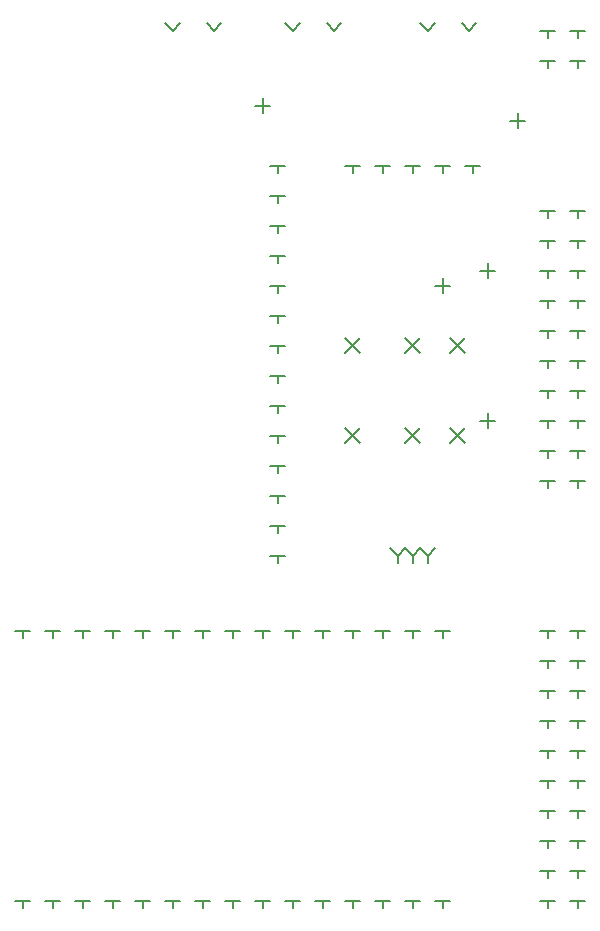
<source format=gbr>
G04 DipTrace 3.3.1.3*
G04 Through.gbr*
%MOIN*%
G04 #@! TF.FileFunction,Plated,1,2,PTH,Drill*
G04 #@! TF.Part,Single*
G04 Drill Symbols*
G04 D=0.019121 - Cross*
G04 D=0.021995 - X*
G04 D=0.027559 - Y*
G04 D=0.035433 - T*
G04 D=0.055118 - V*
%ADD10C,0.00787*%
%FSLAX26Y26*%
G04*
G70*
G90*
G75*
G01*
X1720100Y2367300D2*
D10*
X1767300Y2320100D1*
Y2367300D2*
X1720100Y2320100D1*
Y2067300D2*
X1767300Y2020100D1*
Y2067300D2*
X1720100Y2020100D1*
X2070100Y2367300D2*
X2117300Y2320100D1*
Y2367300D2*
X2070100Y2320100D1*
Y2067300D2*
X2117300Y2020100D1*
Y2067300D2*
X2070100Y2020100D1*
X1520100Y3417300D2*
X1543700Y3393700D1*
X1567300Y3417300D1*
X1657895D2*
X1681495Y3393700D1*
X1705095Y3417300D1*
X2370100Y1393700D2*
X2417300D1*
X2393700D2*
Y1370100D1*
X2470100Y1393700D2*
X2517300D1*
X2493700D2*
Y1370100D1*
X2370100Y1293700D2*
X2417300D1*
X2393700D2*
Y1270100D1*
X2470100Y1293700D2*
X2517300D1*
X2493700D2*
Y1270100D1*
X2370100Y1193700D2*
X2417300D1*
X2393700D2*
Y1170100D1*
X2470100Y1193700D2*
X2517300D1*
X2493700D2*
Y1170100D1*
X2370100Y1093700D2*
X2417300D1*
X2393700D2*
Y1070100D1*
X2470100Y1093700D2*
X2517300D1*
X2493700D2*
Y1070100D1*
X2370100Y993700D2*
X2417300D1*
X2393700D2*
Y970100D1*
X2470100Y993700D2*
X2517300D1*
X2493700D2*
Y970100D1*
X2370100Y893700D2*
X2417300D1*
X2393700D2*
Y870100D1*
X2470100Y893700D2*
X2517300D1*
X2493700D2*
Y870100D1*
X2370100Y793700D2*
X2417300D1*
X2393700D2*
Y770100D1*
X2470100Y793700D2*
X2517300D1*
X2493700D2*
Y770100D1*
X2370100Y693700D2*
X2417300D1*
X2393700D2*
Y670100D1*
X2470100Y693700D2*
X2517300D1*
X2493700D2*
Y670100D1*
X2370100Y593700D2*
X2417300D1*
X2393700D2*
Y570100D1*
X2470100Y593700D2*
X2517300D1*
X2493700D2*
Y570100D1*
X2370100Y493700D2*
X2417300D1*
X2393700D2*
Y470100D1*
X2470100Y493700D2*
X2517300D1*
X2493700D2*
Y470100D1*
X2370100Y2793700D2*
X2417300D1*
X2393700D2*
Y2770100D1*
X2470100Y2793700D2*
X2517300D1*
X2493700D2*
Y2770100D1*
X2370100Y2693700D2*
X2417300D1*
X2393700D2*
Y2670100D1*
X2470100Y2693700D2*
X2517300D1*
X2493700D2*
Y2670100D1*
X2370100Y2593700D2*
X2417300D1*
X2393700D2*
Y2570100D1*
X2470100Y2593700D2*
X2517300D1*
X2493700D2*
Y2570100D1*
X2370100Y2493700D2*
X2417300D1*
X2393700D2*
Y2470100D1*
X2470100Y2493700D2*
X2517300D1*
X2493700D2*
Y2470100D1*
X2370100Y2393700D2*
X2417300D1*
X2393700D2*
Y2370100D1*
X2470100Y2393700D2*
X2517300D1*
X2493700D2*
Y2370100D1*
X2370100Y2293700D2*
X2417300D1*
X2393700D2*
Y2270100D1*
X2470100Y2293700D2*
X2517300D1*
X2493700D2*
Y2270100D1*
X2370100Y2193700D2*
X2417300D1*
X2393700D2*
Y2170100D1*
X2470100Y2193700D2*
X2517300D1*
X2493700D2*
Y2170100D1*
X2370100Y2093700D2*
X2417300D1*
X2393700D2*
Y2070100D1*
X2470100Y2093700D2*
X2517300D1*
X2493700D2*
Y2070100D1*
X2370100Y1993700D2*
X2417300D1*
X2393700D2*
Y1970100D1*
X2470100Y1993700D2*
X2517300D1*
X2493700D2*
Y1970100D1*
X2370100Y1893700D2*
X2417300D1*
X2393700D2*
Y1870100D1*
X2470100Y1893700D2*
X2517300D1*
X2493700D2*
Y1870100D1*
X2470100Y3393700D2*
X2517300D1*
X2493700D2*
Y3370100D1*
X2470100Y3293700D2*
X2517300D1*
X2493700D2*
Y3270100D1*
X2370100Y3393700D2*
X2417300D1*
X2393700D2*
Y3370100D1*
X2370100Y3293700D2*
X2417300D1*
X2393700D2*
Y3270100D1*
X2120100Y2943700D2*
X2167300D1*
X2143700D2*
Y2920100D1*
X2020100Y2943700D2*
X2067300D1*
X2043700D2*
Y2920100D1*
X1920100Y2943700D2*
X1967300D1*
X1943700D2*
Y2920100D1*
X1820100Y2943700D2*
X1867300D1*
X1843700D2*
Y2920100D1*
X1720100Y2943700D2*
X1767300D1*
X1743700D2*
Y2920100D1*
X1920100Y2367300D2*
X1967300Y2320100D1*
Y2367300D2*
X1920100Y2320100D1*
Y2067300D2*
X1967300Y2020100D1*
Y2067300D2*
X1920100Y2020100D1*
X1970100Y3417300D2*
X1993700Y3393700D1*
X2017300Y3417300D1*
X2107895D2*
X2131495Y3393700D1*
X2155095Y3417300D1*
X1870100Y1667300D2*
X1893700Y1643700D1*
X1917300Y1667300D1*
X1893700Y1643700D2*
Y1620100D1*
X1920100Y1667300D2*
X1943700Y1643700D1*
X1967300Y1667300D1*
X1943700Y1643700D2*
Y1620100D1*
X1970100Y1667300D2*
X1993700Y1643700D1*
X2017300Y1667300D1*
X1993700Y1643700D2*
Y1620100D1*
X1470100Y1643700D2*
X1517300D1*
X1493700D2*
Y1620100D1*
X1470100Y1743700D2*
X1517300D1*
X1493700D2*
Y1720100D1*
X1470100Y1843700D2*
X1517300D1*
X1493700D2*
Y1820100D1*
X1470100Y1943700D2*
X1517300D1*
X1493700D2*
Y1920100D1*
X1470100Y2043700D2*
X1517300D1*
X1493700D2*
Y2020100D1*
X1470100Y2143700D2*
X1517300D1*
X1493700D2*
Y2120100D1*
X1470100Y2243700D2*
X1517300D1*
X1493700D2*
Y2220100D1*
X1470100Y2343700D2*
X1517300D1*
X1493700D2*
Y2320100D1*
X1470100Y2443700D2*
X1517300D1*
X1493700D2*
Y2420100D1*
X1470100Y2543700D2*
X1517300D1*
X1493700D2*
Y2520100D1*
X1470100Y2643700D2*
X1517300D1*
X1493700D2*
Y2620100D1*
X1470100Y2743700D2*
X1517300D1*
X1493700D2*
Y2720100D1*
X1470100Y2843700D2*
X1517300D1*
X1493700D2*
Y2820100D1*
X1470100Y2943700D2*
X1517300D1*
X1493700D2*
Y2920100D1*
X1120100Y3417300D2*
X1143700Y3393700D1*
X1167300Y3417300D1*
X1257895D2*
X1281495Y3393700D1*
X1305095Y3417300D1*
X2020100Y493700D2*
X2067300D1*
X2043700D2*
Y470100D1*
X1920100Y493700D2*
X1967300D1*
X1943700D2*
Y470100D1*
X1820100Y493700D2*
X1867300D1*
X1843700D2*
Y470100D1*
X1720100Y493700D2*
X1767300D1*
X1743700D2*
Y470100D1*
X1620100Y493700D2*
X1667300D1*
X1643700D2*
Y470100D1*
X1520100Y493700D2*
X1567300D1*
X1543700D2*
Y470100D1*
X1420100Y493700D2*
X1467300D1*
X1443700D2*
Y470100D1*
X1320100Y493700D2*
X1367300D1*
X1343700D2*
Y470100D1*
X1220100Y493700D2*
X1267300D1*
X1243700D2*
Y470100D1*
X1120100Y493700D2*
X1167300D1*
X1143700D2*
Y470100D1*
X1020100Y493700D2*
X1067300D1*
X1043700D2*
Y470100D1*
X920100Y493700D2*
X967300D1*
X943700D2*
Y470100D1*
X820100Y493700D2*
X867300D1*
X843700D2*
Y470100D1*
X720100Y493700D2*
X767300D1*
X743700D2*
Y470100D1*
X620100Y493700D2*
X667300D1*
X643700D2*
Y470100D1*
X2020100Y1393700D2*
X2067300D1*
X2043700D2*
Y1370100D1*
X1920100Y1393700D2*
X1967300D1*
X1943700D2*
Y1370100D1*
X1820100Y1393700D2*
X1867300D1*
X1843700D2*
Y1370100D1*
X1720100Y1393700D2*
X1767300D1*
X1743700D2*
Y1370100D1*
X1620100Y1393700D2*
X1667300D1*
X1643700D2*
Y1370100D1*
X1520100Y1393700D2*
X1567300D1*
X1543700D2*
Y1370100D1*
X1420100Y1393700D2*
X1467300D1*
X1443700D2*
Y1370100D1*
X1320100Y1393700D2*
X1367300D1*
X1343700D2*
Y1370100D1*
X1220100Y1393700D2*
X1267300D1*
X1243700D2*
Y1370100D1*
X1120100Y1393700D2*
X1167300D1*
X1143700D2*
Y1370100D1*
X1020100Y1393700D2*
X1067300D1*
X1043700D2*
Y1370100D1*
X920100Y1393700D2*
X967300D1*
X943700D2*
Y1370100D1*
X820100Y1393700D2*
X867300D1*
X843700D2*
Y1370100D1*
X720100Y1393700D2*
X767300D1*
X743700D2*
Y1370100D1*
X620100Y1393700D2*
X667300D1*
X643700D2*
Y1370100D1*
X2293700Y3117300D2*
Y3070100D1*
X2270100Y3093700D2*
X2317300D1*
X1443700Y3167300D2*
Y3120100D1*
X1420100Y3143700D2*
X1467300D1*
X2043700Y2567300D2*
Y2520100D1*
X2020100Y2543700D2*
X2067300D1*
X2193700Y2117300D2*
Y2070100D1*
X2170100Y2093700D2*
X2217300D1*
X2193700Y2617300D2*
Y2570100D1*
X2170100Y2593700D2*
X2217300D1*
M02*

</source>
